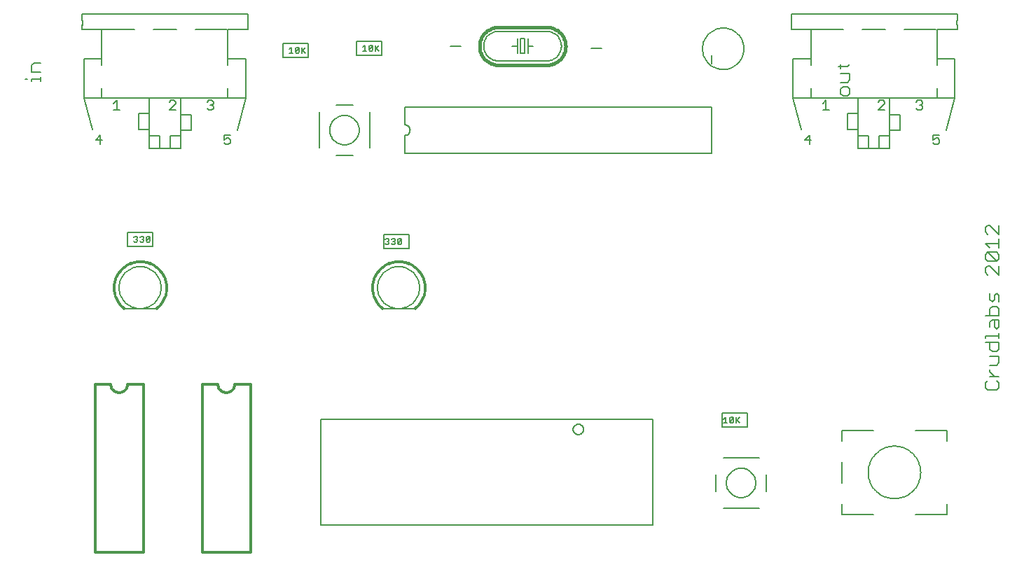
<source format=gto>
G75*
G70*
%OFA0B0*%
%FSLAX24Y24*%
%IPPOS*%
%LPD*%
%AMOC8*
5,1,8,0,0,1.08239X$1,22.5*
%
%ADD10C,0.0060*%
%ADD11C,0.0080*%
%ADD12C,0.0050*%
%ADD13C,0.0160*%
%ADD14C,0.0010*%
%ADD15C,0.0120*%
D10*
X004801Y013906D02*
X004803Y013969D01*
X004809Y014031D01*
X004819Y014093D01*
X004832Y014155D01*
X004850Y014215D01*
X004871Y014274D01*
X004896Y014332D01*
X004925Y014388D01*
X004957Y014442D01*
X004992Y014494D01*
X005030Y014543D01*
X005072Y014591D01*
X005116Y014635D01*
X005164Y014677D01*
X005213Y014715D01*
X005265Y014750D01*
X005319Y014782D01*
X005375Y014811D01*
X005433Y014836D01*
X005492Y014857D01*
X005552Y014875D01*
X005614Y014888D01*
X005676Y014898D01*
X005738Y014904D01*
X005801Y014906D01*
X005864Y014904D01*
X005926Y014898D01*
X005988Y014888D01*
X006050Y014875D01*
X006110Y014857D01*
X006169Y014836D01*
X006227Y014811D01*
X006283Y014782D01*
X006337Y014750D01*
X006389Y014715D01*
X006438Y014677D01*
X006486Y014635D01*
X006530Y014591D01*
X006572Y014543D01*
X006610Y014494D01*
X006645Y014442D01*
X006677Y014388D01*
X006706Y014332D01*
X006731Y014274D01*
X006752Y014215D01*
X006770Y014155D01*
X006783Y014093D01*
X006793Y014031D01*
X006799Y013969D01*
X006801Y013906D01*
X006799Y013843D01*
X006793Y013781D01*
X006783Y013719D01*
X006770Y013657D01*
X006752Y013597D01*
X006731Y013538D01*
X006706Y013480D01*
X006677Y013424D01*
X006645Y013370D01*
X006610Y013318D01*
X006572Y013269D01*
X006530Y013221D01*
X006486Y013177D01*
X006438Y013135D01*
X006389Y013097D01*
X006337Y013062D01*
X006283Y013030D01*
X006227Y013001D01*
X006169Y012976D01*
X006110Y012955D01*
X006050Y012937D01*
X005988Y012924D01*
X005926Y012914D01*
X005864Y012908D01*
X005801Y012906D01*
X005738Y012908D01*
X005676Y012914D01*
X005614Y012924D01*
X005552Y012937D01*
X005492Y012955D01*
X005433Y012976D01*
X005375Y013001D01*
X005319Y013030D01*
X005265Y013062D01*
X005213Y013097D01*
X005164Y013135D01*
X005116Y013177D01*
X005072Y013221D01*
X005030Y013269D01*
X004992Y013318D01*
X004957Y013370D01*
X004925Y013424D01*
X004896Y013480D01*
X004871Y013538D01*
X004850Y013597D01*
X004832Y013657D01*
X004819Y013719D01*
X004809Y013781D01*
X004803Y013843D01*
X004801Y013906D01*
X006226Y020549D02*
X006226Y021149D01*
X006226Y021449D01*
X005726Y021449D01*
X005726Y022199D01*
X006226Y022199D01*
X006226Y022949D01*
X007726Y022949D01*
X007726Y022149D01*
X008226Y022149D01*
X008226Y021399D01*
X007726Y021399D01*
X007726Y021149D01*
X007226Y021149D01*
X007226Y020549D01*
X006726Y020549D01*
X006726Y021149D01*
X006226Y021149D01*
X006226Y021449D02*
X006226Y022199D01*
X006226Y022949D02*
X003976Y022949D01*
X003976Y023399D01*
X003976Y022949D02*
X003126Y022949D01*
X003126Y024799D01*
X003976Y024799D01*
X003976Y024499D01*
X003976Y024799D02*
X003976Y026199D01*
X005526Y026199D01*
X006426Y026199D02*
X007526Y026199D01*
X008426Y026199D02*
X009926Y026199D01*
X009976Y026199D02*
X009976Y024799D01*
X009976Y024499D01*
X009976Y024799D02*
X010826Y024799D01*
X010826Y022949D01*
X009976Y022949D01*
X009976Y023399D01*
X009976Y022949D02*
X007726Y022949D01*
X007726Y022149D02*
X007726Y021399D01*
X007726Y021149D02*
X007726Y020549D01*
X007226Y020549D01*
X006726Y020549D02*
X006226Y020549D01*
X003526Y021449D02*
X003126Y022949D01*
X001071Y023736D02*
X001071Y023949D01*
X001071Y023842D02*
X000644Y023842D01*
X000644Y023736D01*
X000430Y023842D02*
X000324Y023842D01*
X000644Y024165D02*
X000644Y024486D01*
X000751Y024592D01*
X001071Y024592D01*
X001071Y024165D02*
X000644Y024165D01*
X003047Y026199D02*
X003976Y026199D01*
X003047Y026199D02*
X003047Y026449D01*
X003051Y026410D01*
X003051Y026610D01*
X003047Y026649D01*
X003047Y026949D01*
X010940Y026949D01*
X010940Y026649D01*
X010923Y026649D01*
X010923Y026449D01*
X010940Y026449D01*
X010940Y026199D01*
X009976Y026199D01*
X010826Y022949D02*
X010426Y021399D01*
X018401Y021156D02*
X018431Y021158D01*
X018461Y021163D01*
X018490Y021172D01*
X018517Y021185D01*
X018543Y021200D01*
X018567Y021219D01*
X018588Y021240D01*
X018607Y021264D01*
X018622Y021290D01*
X018635Y021317D01*
X018644Y021346D01*
X018649Y021376D01*
X018651Y021406D01*
X018649Y021436D01*
X018644Y021466D01*
X018635Y021495D01*
X018622Y021522D01*
X018607Y021548D01*
X018588Y021572D01*
X018567Y021593D01*
X018543Y021612D01*
X018517Y021627D01*
X018490Y021640D01*
X018461Y021649D01*
X018431Y021654D01*
X018401Y021656D01*
X018401Y022506D01*
X033001Y022506D01*
X033001Y020306D01*
X018401Y020306D01*
X018401Y021156D01*
X022851Y024706D02*
X025151Y024706D01*
X025202Y024708D01*
X025253Y024713D01*
X025303Y024723D01*
X025353Y024736D01*
X025401Y024752D01*
X025448Y024772D01*
X025494Y024796D01*
X025537Y024822D01*
X025579Y024852D01*
X025618Y024885D01*
X025655Y024920D01*
X025689Y024958D01*
X025720Y024999D01*
X025749Y025041D01*
X025774Y025086D01*
X025795Y025132D01*
X025814Y025180D01*
X025828Y025229D01*
X025839Y025279D01*
X025847Y025329D01*
X025851Y025380D01*
X025851Y025432D01*
X025847Y025483D01*
X025839Y025533D01*
X025828Y025583D01*
X025814Y025632D01*
X025795Y025680D01*
X025774Y025726D01*
X025749Y025771D01*
X025720Y025813D01*
X025689Y025854D01*
X025655Y025892D01*
X025618Y025927D01*
X025579Y025960D01*
X025537Y025990D01*
X025494Y026016D01*
X025448Y026040D01*
X025401Y026060D01*
X025353Y026076D01*
X025303Y026089D01*
X025253Y026099D01*
X025202Y026104D01*
X025151Y026106D01*
X022851Y026106D01*
X023751Y025756D02*
X023751Y025406D01*
X023501Y025406D01*
X023751Y025406D02*
X023751Y025056D01*
X023901Y025056D02*
X023901Y025756D01*
X024101Y025756D01*
X024101Y025056D01*
X023901Y025056D01*
X024251Y025056D02*
X024251Y025406D01*
X024501Y025406D01*
X024251Y025406D02*
X024251Y025756D01*
X022851Y026106D02*
X022800Y026104D01*
X022749Y026099D01*
X022699Y026089D01*
X022649Y026076D01*
X022601Y026060D01*
X022554Y026040D01*
X022508Y026016D01*
X022465Y025990D01*
X022423Y025960D01*
X022384Y025927D01*
X022347Y025892D01*
X022313Y025854D01*
X022282Y025813D01*
X022253Y025771D01*
X022228Y025726D01*
X022207Y025680D01*
X022188Y025632D01*
X022174Y025583D01*
X022163Y025533D01*
X022155Y025483D01*
X022151Y025432D01*
X022151Y025380D01*
X022155Y025329D01*
X022163Y025279D01*
X022174Y025229D01*
X022188Y025180D01*
X022207Y025132D01*
X022228Y025086D01*
X022253Y025041D01*
X022282Y024999D01*
X022313Y024958D01*
X022347Y024920D01*
X022384Y024885D01*
X022423Y024852D01*
X022465Y024822D01*
X022508Y024796D01*
X022554Y024772D01*
X022601Y024752D01*
X022649Y024736D01*
X022699Y024723D01*
X022749Y024713D01*
X022800Y024708D01*
X022851Y024706D01*
X036876Y024799D02*
X036876Y022949D01*
X037726Y022949D01*
X037726Y023399D01*
X037726Y022949D02*
X039976Y022949D01*
X039976Y022199D01*
X039476Y022199D01*
X039476Y021449D01*
X039976Y021449D01*
X039976Y021149D01*
X040476Y021149D01*
X040476Y020549D01*
X040976Y020549D01*
X041476Y020549D01*
X041476Y021149D01*
X041476Y021399D01*
X041476Y022149D01*
X041476Y022949D01*
X043726Y022949D01*
X043726Y023399D01*
X043726Y022949D02*
X044576Y022949D01*
X044176Y021399D01*
X044576Y022949D02*
X044576Y024799D01*
X043726Y024799D01*
X043726Y024499D01*
X043726Y024799D02*
X043726Y026199D01*
X044690Y026199D01*
X044690Y026449D01*
X044673Y026449D01*
X044673Y026649D01*
X044690Y026649D01*
X044690Y026949D01*
X036797Y026949D01*
X036797Y026649D01*
X036801Y026610D01*
X036801Y026410D01*
X036797Y026449D01*
X036797Y026199D01*
X037726Y026199D01*
X039276Y026199D01*
X040176Y026199D02*
X041276Y026199D01*
X042176Y026199D02*
X043676Y026199D01*
X039571Y024538D02*
X039464Y024431D01*
X039037Y024431D01*
X039144Y024325D02*
X039144Y024538D01*
X039144Y024107D02*
X039571Y024107D01*
X039571Y023787D01*
X039464Y023680D01*
X039144Y023680D01*
X039251Y023463D02*
X039144Y023356D01*
X039144Y023142D01*
X039251Y023036D01*
X039464Y023036D01*
X039571Y023142D01*
X039571Y023356D01*
X039464Y023463D01*
X039251Y023463D01*
X039976Y022949D02*
X041476Y022949D01*
X041476Y022149D02*
X041976Y022149D01*
X041976Y021399D01*
X041476Y021399D01*
X041476Y021149D02*
X040976Y021149D01*
X040976Y020549D01*
X040476Y020549D02*
X039976Y020549D01*
X039976Y021149D01*
X039976Y021449D02*
X039976Y022199D01*
X037276Y021449D02*
X036876Y022949D01*
X037726Y024499D02*
X037726Y024799D01*
X036876Y024799D01*
X037726Y024799D02*
X037726Y026199D01*
X046137Y016875D02*
X046030Y016768D01*
X046030Y016554D01*
X046137Y016448D01*
X046137Y016875D02*
X046244Y016875D01*
X046671Y016448D01*
X046671Y016875D01*
X046671Y016230D02*
X046671Y015803D01*
X046671Y016017D02*
X046030Y016017D01*
X046244Y015803D01*
X046137Y015586D02*
X046564Y015159D01*
X046671Y015265D01*
X046671Y015479D01*
X046564Y015586D01*
X046137Y015586D01*
X046030Y015479D01*
X046030Y015265D01*
X046137Y015159D01*
X046564Y015159D01*
X046671Y014941D02*
X046671Y014514D01*
X046244Y014941D01*
X046137Y014941D01*
X046030Y014834D01*
X046030Y014621D01*
X046137Y014514D01*
X046244Y013652D02*
X046244Y013332D01*
X046351Y013225D01*
X046457Y013332D01*
X046457Y013545D01*
X046564Y013652D01*
X046671Y013545D01*
X046671Y013225D01*
X046564Y013008D02*
X046351Y013008D01*
X046244Y012901D01*
X046244Y012581D01*
X046030Y012581D02*
X046671Y012581D01*
X046671Y012901D01*
X046564Y013008D01*
X046457Y012363D02*
X046457Y012043D01*
X046564Y011936D01*
X046671Y012043D01*
X046671Y012363D01*
X046351Y012363D01*
X046244Y012256D01*
X046244Y012043D01*
X046671Y011720D02*
X046671Y011506D01*
X046671Y011613D02*
X046030Y011613D01*
X046030Y011506D01*
X046030Y011289D02*
X046671Y011289D01*
X046671Y010969D01*
X046564Y010862D01*
X046351Y010862D01*
X046244Y010969D01*
X046244Y011289D01*
X046244Y010644D02*
X046671Y010644D01*
X046671Y010324D01*
X046564Y010217D01*
X046244Y010217D01*
X046244Y010000D02*
X046244Y009894D01*
X046457Y009680D01*
X046244Y009680D02*
X046671Y009680D01*
X046564Y009463D02*
X046671Y009356D01*
X046671Y009142D01*
X046564Y009036D01*
X046137Y009036D01*
X046030Y009142D01*
X046030Y009356D01*
X046137Y009463D01*
X017101Y013906D02*
X017103Y013969D01*
X017109Y014031D01*
X017119Y014093D01*
X017132Y014155D01*
X017150Y014215D01*
X017171Y014274D01*
X017196Y014332D01*
X017225Y014388D01*
X017257Y014442D01*
X017292Y014494D01*
X017330Y014543D01*
X017372Y014591D01*
X017416Y014635D01*
X017464Y014677D01*
X017513Y014715D01*
X017565Y014750D01*
X017619Y014782D01*
X017675Y014811D01*
X017733Y014836D01*
X017792Y014857D01*
X017852Y014875D01*
X017914Y014888D01*
X017976Y014898D01*
X018038Y014904D01*
X018101Y014906D01*
X018164Y014904D01*
X018226Y014898D01*
X018288Y014888D01*
X018350Y014875D01*
X018410Y014857D01*
X018469Y014836D01*
X018527Y014811D01*
X018583Y014782D01*
X018637Y014750D01*
X018689Y014715D01*
X018738Y014677D01*
X018786Y014635D01*
X018830Y014591D01*
X018872Y014543D01*
X018910Y014494D01*
X018945Y014442D01*
X018977Y014388D01*
X019006Y014332D01*
X019031Y014274D01*
X019052Y014215D01*
X019070Y014155D01*
X019083Y014093D01*
X019093Y014031D01*
X019099Y013969D01*
X019101Y013906D01*
X019099Y013843D01*
X019093Y013781D01*
X019083Y013719D01*
X019070Y013657D01*
X019052Y013597D01*
X019031Y013538D01*
X019006Y013480D01*
X018977Y013424D01*
X018945Y013370D01*
X018910Y013318D01*
X018872Y013269D01*
X018830Y013221D01*
X018786Y013177D01*
X018738Y013135D01*
X018689Y013097D01*
X018637Y013062D01*
X018583Y013030D01*
X018527Y013001D01*
X018469Y012976D01*
X018410Y012955D01*
X018350Y012937D01*
X018288Y012924D01*
X018226Y012914D01*
X018164Y012908D01*
X018101Y012906D01*
X018038Y012908D01*
X017976Y012914D01*
X017914Y012924D01*
X017852Y012937D01*
X017792Y012955D01*
X017733Y012976D01*
X017675Y013001D01*
X017619Y013030D01*
X017565Y013062D01*
X017513Y013097D01*
X017464Y013135D01*
X017416Y013177D01*
X017372Y013221D01*
X017330Y013269D01*
X017292Y013318D01*
X017257Y013370D01*
X017225Y013424D01*
X017196Y013480D01*
X017171Y013538D01*
X017150Y013597D01*
X017132Y013657D01*
X017119Y013719D01*
X017109Y013781D01*
X017103Y013843D01*
X017101Y013906D01*
D11*
X017351Y012906D02*
X018851Y012906D01*
X018611Y015771D02*
X017391Y015771D01*
X017391Y016440D01*
X018611Y016440D01*
X018611Y015771D01*
X015926Y020206D02*
X015121Y020206D01*
X014326Y020556D02*
X014326Y022256D01*
X015133Y022606D02*
X015926Y022606D01*
X016726Y022256D02*
X016726Y020556D01*
X014826Y021406D02*
X014828Y021458D01*
X014834Y021510D01*
X014844Y021562D01*
X014857Y021612D01*
X014874Y021662D01*
X014895Y021710D01*
X014920Y021756D01*
X014948Y021800D01*
X014979Y021842D01*
X015013Y021882D01*
X015050Y021919D01*
X015090Y021953D01*
X015132Y021984D01*
X015176Y022012D01*
X015222Y022037D01*
X015270Y022058D01*
X015320Y022075D01*
X015370Y022088D01*
X015422Y022098D01*
X015474Y022104D01*
X015526Y022106D01*
X015578Y022104D01*
X015630Y022098D01*
X015682Y022088D01*
X015732Y022075D01*
X015782Y022058D01*
X015830Y022037D01*
X015876Y022012D01*
X015920Y021984D01*
X015962Y021953D01*
X016002Y021919D01*
X016039Y021882D01*
X016073Y021842D01*
X016104Y021800D01*
X016132Y021756D01*
X016157Y021710D01*
X016178Y021662D01*
X016195Y021612D01*
X016208Y021562D01*
X016218Y021510D01*
X016224Y021458D01*
X016226Y021406D01*
X016224Y021354D01*
X016218Y021302D01*
X016208Y021250D01*
X016195Y021200D01*
X016178Y021150D01*
X016157Y021102D01*
X016132Y021056D01*
X016104Y021012D01*
X016073Y020970D01*
X016039Y020930D01*
X016002Y020893D01*
X015962Y020859D01*
X015920Y020828D01*
X015876Y020800D01*
X015830Y020775D01*
X015782Y020754D01*
X015732Y020737D01*
X015682Y020724D01*
X015630Y020714D01*
X015578Y020708D01*
X015526Y020706D01*
X015474Y020708D01*
X015422Y020714D01*
X015370Y020724D01*
X015320Y020737D01*
X015270Y020754D01*
X015222Y020775D01*
X015176Y020800D01*
X015132Y020828D01*
X015090Y020859D01*
X015050Y020893D01*
X015013Y020930D01*
X014979Y020970D01*
X014948Y021012D01*
X014920Y021056D01*
X014895Y021102D01*
X014874Y021150D01*
X014857Y021200D01*
X014844Y021250D01*
X014834Y021302D01*
X014828Y021354D01*
X014826Y021406D01*
X013811Y024871D02*
X012591Y024871D01*
X012591Y025540D01*
X013811Y025540D01*
X013811Y024871D01*
X016091Y024971D02*
X017311Y024971D01*
X017311Y025640D01*
X016091Y025640D01*
X016091Y024971D01*
X020551Y025406D02*
X021051Y025406D01*
X027251Y025306D02*
X027751Y025306D01*
X033001Y024981D02*
X033001Y024581D01*
X032567Y025281D02*
X032569Y025343D01*
X032575Y025406D01*
X032585Y025467D01*
X032599Y025528D01*
X032616Y025588D01*
X032637Y025647D01*
X032663Y025704D01*
X032691Y025759D01*
X032723Y025813D01*
X032759Y025864D01*
X032797Y025914D01*
X032839Y025960D01*
X032883Y026004D01*
X032931Y026045D01*
X032980Y026083D01*
X033032Y026117D01*
X033086Y026148D01*
X033142Y026176D01*
X033200Y026200D01*
X033259Y026221D01*
X033319Y026237D01*
X033380Y026250D01*
X033442Y026259D01*
X033504Y026264D01*
X033567Y026265D01*
X033629Y026262D01*
X033691Y026255D01*
X033753Y026244D01*
X033813Y026229D01*
X033873Y026211D01*
X033931Y026189D01*
X033988Y026163D01*
X034043Y026133D01*
X034096Y026100D01*
X034147Y026064D01*
X034195Y026025D01*
X034241Y025982D01*
X034284Y025937D01*
X034324Y025889D01*
X034361Y025839D01*
X034395Y025786D01*
X034426Y025732D01*
X034452Y025676D01*
X034476Y025618D01*
X034495Y025558D01*
X034511Y025498D01*
X034523Y025436D01*
X034531Y025375D01*
X034535Y025312D01*
X034535Y025250D01*
X034531Y025187D01*
X034523Y025126D01*
X034511Y025064D01*
X034495Y025004D01*
X034476Y024944D01*
X034452Y024886D01*
X034426Y024830D01*
X034395Y024776D01*
X034361Y024723D01*
X034324Y024673D01*
X034284Y024625D01*
X034241Y024580D01*
X034195Y024537D01*
X034147Y024498D01*
X034096Y024462D01*
X034043Y024429D01*
X033988Y024399D01*
X033931Y024373D01*
X033873Y024351D01*
X033813Y024333D01*
X033753Y024318D01*
X033691Y024307D01*
X033629Y024300D01*
X033567Y024297D01*
X033504Y024298D01*
X033442Y024303D01*
X033380Y024312D01*
X033319Y024325D01*
X033259Y024341D01*
X033200Y024362D01*
X033142Y024386D01*
X033086Y024414D01*
X033032Y024445D01*
X032980Y024479D01*
X032931Y024517D01*
X032883Y024558D01*
X032839Y024602D01*
X032797Y024648D01*
X032759Y024698D01*
X032723Y024749D01*
X032691Y024803D01*
X032663Y024858D01*
X032637Y024915D01*
X032616Y024974D01*
X032599Y025034D01*
X032585Y025095D01*
X032575Y025156D01*
X032569Y025219D01*
X032567Y025281D01*
X006411Y016540D02*
X006411Y015871D01*
X005191Y015871D01*
X005191Y016540D01*
X006411Y016540D01*
X006551Y012906D02*
X005051Y012906D01*
X033201Y005010D02*
X033201Y004206D01*
X033551Y003406D02*
X035251Y003406D01*
X035601Y004206D02*
X035601Y004999D01*
X035251Y005806D02*
X033551Y005806D01*
X033701Y004606D02*
X033703Y004658D01*
X033709Y004710D01*
X033719Y004762D01*
X033732Y004812D01*
X033749Y004862D01*
X033770Y004910D01*
X033795Y004956D01*
X033823Y005000D01*
X033854Y005042D01*
X033888Y005082D01*
X033925Y005119D01*
X033965Y005153D01*
X034007Y005184D01*
X034051Y005212D01*
X034097Y005237D01*
X034145Y005258D01*
X034195Y005275D01*
X034245Y005288D01*
X034297Y005298D01*
X034349Y005304D01*
X034401Y005306D01*
X034453Y005304D01*
X034505Y005298D01*
X034557Y005288D01*
X034607Y005275D01*
X034657Y005258D01*
X034705Y005237D01*
X034751Y005212D01*
X034795Y005184D01*
X034837Y005153D01*
X034877Y005119D01*
X034914Y005082D01*
X034948Y005042D01*
X034979Y005000D01*
X035007Y004956D01*
X035032Y004910D01*
X035053Y004862D01*
X035070Y004812D01*
X035083Y004762D01*
X035093Y004710D01*
X035099Y004658D01*
X035101Y004606D01*
X035099Y004554D01*
X035093Y004502D01*
X035083Y004450D01*
X035070Y004400D01*
X035053Y004350D01*
X035032Y004302D01*
X035007Y004256D01*
X034979Y004212D01*
X034948Y004170D01*
X034914Y004130D01*
X034877Y004093D01*
X034837Y004059D01*
X034795Y004028D01*
X034751Y004000D01*
X034705Y003975D01*
X034657Y003954D01*
X034607Y003937D01*
X034557Y003924D01*
X034505Y003914D01*
X034453Y003908D01*
X034401Y003906D01*
X034349Y003908D01*
X034297Y003914D01*
X034245Y003924D01*
X034195Y003937D01*
X034145Y003954D01*
X034097Y003975D01*
X034051Y004000D01*
X034007Y004028D01*
X033965Y004059D01*
X033925Y004093D01*
X033888Y004130D01*
X033854Y004170D01*
X033823Y004212D01*
X033795Y004256D01*
X033770Y004302D01*
X033749Y004350D01*
X033732Y004400D01*
X033719Y004450D01*
X033709Y004502D01*
X033703Y004554D01*
X033701Y004606D01*
X033491Y007271D02*
X034711Y007271D01*
X034711Y007940D01*
X033491Y007940D01*
X033491Y007271D01*
D12*
X033566Y007462D02*
X033746Y007462D01*
X033656Y007462D02*
X033656Y007732D01*
X033566Y007642D01*
X033860Y007687D02*
X033905Y007732D01*
X033995Y007732D01*
X034040Y007687D01*
X033860Y007507D01*
X033905Y007462D01*
X033995Y007462D01*
X034040Y007507D01*
X034040Y007687D01*
X034155Y007732D02*
X034155Y007462D01*
X034155Y007552D02*
X034335Y007732D01*
X034200Y007597D02*
X034335Y007462D01*
X033860Y007507D02*
X033860Y007687D01*
X030210Y007625D02*
X030210Y002586D01*
X014391Y002586D01*
X014391Y007625D01*
X030210Y007625D01*
X026407Y007159D02*
X026409Y007190D01*
X026415Y007221D01*
X026425Y007251D01*
X026438Y007279D01*
X026455Y007306D01*
X026475Y007330D01*
X026498Y007352D01*
X026523Y007370D01*
X026551Y007385D01*
X026580Y007397D01*
X026610Y007405D01*
X026641Y007409D01*
X026673Y007409D01*
X026704Y007405D01*
X026734Y007397D01*
X026763Y007385D01*
X026791Y007370D01*
X026816Y007352D01*
X026839Y007330D01*
X026859Y007306D01*
X026876Y007279D01*
X026889Y007251D01*
X026899Y007221D01*
X026905Y007190D01*
X026907Y007159D01*
X026905Y007128D01*
X026899Y007097D01*
X026889Y007067D01*
X026876Y007039D01*
X026859Y007012D01*
X026839Y006988D01*
X026816Y006966D01*
X026791Y006948D01*
X026763Y006933D01*
X026734Y006921D01*
X026704Y006913D01*
X026673Y006909D01*
X026641Y006909D01*
X026610Y006913D01*
X026580Y006921D01*
X026551Y006933D01*
X026523Y006948D01*
X026498Y006966D01*
X026475Y006988D01*
X026455Y007012D01*
X026438Y007039D01*
X026425Y007067D01*
X026415Y007097D01*
X026409Y007128D01*
X026407Y007159D01*
X039201Y007106D02*
X039201Y006606D01*
X039201Y007106D02*
X040701Y007106D01*
X042701Y007106D02*
X044201Y007106D01*
X044201Y006606D01*
X040451Y005106D02*
X040453Y005176D01*
X040459Y005246D01*
X040469Y005315D01*
X040482Y005384D01*
X040500Y005452D01*
X040521Y005519D01*
X040546Y005584D01*
X040575Y005648D01*
X040607Y005711D01*
X040643Y005771D01*
X040682Y005829D01*
X040724Y005885D01*
X040769Y005939D01*
X040817Y005990D01*
X040868Y006038D01*
X040922Y006083D01*
X040978Y006125D01*
X041036Y006164D01*
X041096Y006200D01*
X041159Y006232D01*
X041223Y006261D01*
X041288Y006286D01*
X041355Y006307D01*
X041423Y006325D01*
X041492Y006338D01*
X041561Y006348D01*
X041631Y006354D01*
X041701Y006356D01*
X041771Y006354D01*
X041841Y006348D01*
X041910Y006338D01*
X041979Y006325D01*
X042047Y006307D01*
X042114Y006286D01*
X042179Y006261D01*
X042243Y006232D01*
X042306Y006200D01*
X042366Y006164D01*
X042424Y006125D01*
X042480Y006083D01*
X042534Y006038D01*
X042585Y005990D01*
X042633Y005939D01*
X042678Y005885D01*
X042720Y005829D01*
X042759Y005771D01*
X042795Y005711D01*
X042827Y005648D01*
X042856Y005584D01*
X042881Y005519D01*
X042902Y005452D01*
X042920Y005384D01*
X042933Y005315D01*
X042943Y005246D01*
X042949Y005176D01*
X042951Y005106D01*
X042949Y005036D01*
X042943Y004966D01*
X042933Y004897D01*
X042920Y004828D01*
X042902Y004760D01*
X042881Y004693D01*
X042856Y004628D01*
X042827Y004564D01*
X042795Y004501D01*
X042759Y004441D01*
X042720Y004383D01*
X042678Y004327D01*
X042633Y004273D01*
X042585Y004222D01*
X042534Y004174D01*
X042480Y004129D01*
X042424Y004087D01*
X042366Y004048D01*
X042306Y004012D01*
X042243Y003980D01*
X042179Y003951D01*
X042114Y003926D01*
X042047Y003905D01*
X041979Y003887D01*
X041910Y003874D01*
X041841Y003864D01*
X041771Y003858D01*
X041701Y003856D01*
X041631Y003858D01*
X041561Y003864D01*
X041492Y003874D01*
X041423Y003887D01*
X041355Y003905D01*
X041288Y003926D01*
X041223Y003951D01*
X041159Y003980D01*
X041096Y004012D01*
X041036Y004048D01*
X040978Y004087D01*
X040922Y004129D01*
X040868Y004174D01*
X040817Y004222D01*
X040769Y004273D01*
X040724Y004327D01*
X040682Y004383D01*
X040643Y004441D01*
X040607Y004501D01*
X040575Y004564D01*
X040546Y004628D01*
X040521Y004693D01*
X040500Y004760D01*
X040482Y004828D01*
X040469Y004897D01*
X040459Y004966D01*
X040453Y005036D01*
X040451Y005106D01*
X039201Y005606D02*
X039201Y004606D01*
X039201Y003606D02*
X039201Y003106D01*
X040701Y003106D01*
X042701Y003106D02*
X044201Y003106D01*
X044201Y003606D01*
X018235Y016007D02*
X018190Y015962D01*
X018100Y015962D01*
X018055Y016007D01*
X018235Y016187D01*
X018235Y016007D01*
X018235Y016187D02*
X018190Y016232D01*
X018100Y016232D01*
X018055Y016187D01*
X018055Y016007D01*
X017940Y016007D02*
X017895Y015962D01*
X017805Y015962D01*
X017760Y016007D01*
X017646Y016007D02*
X017601Y015962D01*
X017511Y015962D01*
X017466Y016007D01*
X017556Y016097D02*
X017601Y016097D01*
X017646Y016052D01*
X017646Y016007D01*
X017601Y016097D02*
X017646Y016142D01*
X017646Y016187D01*
X017601Y016232D01*
X017511Y016232D01*
X017466Y016187D01*
X017760Y016187D02*
X017805Y016232D01*
X017895Y016232D01*
X017940Y016187D01*
X017940Y016142D01*
X017895Y016097D01*
X017940Y016052D01*
X017940Y016007D01*
X017895Y016097D02*
X017850Y016097D01*
X010091Y020799D02*
X010016Y020724D01*
X009865Y020724D01*
X009790Y020799D01*
X009790Y020949D02*
X009941Y021024D01*
X010016Y021024D01*
X010091Y020949D01*
X010091Y020799D01*
X009790Y020949D02*
X009790Y021175D01*
X010091Y021175D01*
X009216Y022374D02*
X009065Y022374D01*
X008990Y022449D01*
X009141Y022599D02*
X009216Y022599D01*
X009291Y022524D01*
X009291Y022449D01*
X009216Y022374D01*
X009216Y022599D02*
X009291Y022674D01*
X009291Y022749D01*
X009216Y022825D01*
X009065Y022825D01*
X008990Y022749D01*
X007491Y022749D02*
X007491Y022674D01*
X007190Y022374D01*
X007491Y022374D01*
X007491Y022749D02*
X007416Y022825D01*
X007265Y022825D01*
X007190Y022749D01*
X004841Y022374D02*
X004540Y022374D01*
X004691Y022374D02*
X004691Y022825D01*
X004540Y022674D01*
X003916Y021175D02*
X003690Y020949D01*
X003991Y020949D01*
X003916Y020724D02*
X003916Y021175D01*
X005547Y016350D02*
X005637Y016350D01*
X005682Y016305D01*
X005682Y016260D01*
X005637Y016214D01*
X005682Y016169D01*
X005682Y016124D01*
X005637Y016079D01*
X005547Y016079D01*
X005502Y016124D01*
X005592Y016214D02*
X005637Y016214D01*
X005502Y016305D02*
X005547Y016350D01*
X005797Y016305D02*
X005842Y016350D01*
X005932Y016350D01*
X005977Y016305D01*
X005977Y016260D01*
X005932Y016214D01*
X005977Y016169D01*
X005977Y016124D01*
X005932Y016079D01*
X005842Y016079D01*
X005797Y016124D01*
X005887Y016214D02*
X005932Y016214D01*
X006091Y016124D02*
X006271Y016305D01*
X006271Y016124D01*
X006226Y016079D01*
X006136Y016079D01*
X006091Y016124D01*
X006091Y016305D01*
X006136Y016350D01*
X006226Y016350D01*
X006271Y016305D01*
X012902Y025079D02*
X013082Y025079D01*
X012992Y025079D02*
X012992Y025350D01*
X012902Y025260D01*
X013197Y025305D02*
X013242Y025350D01*
X013332Y025350D01*
X013377Y025305D01*
X013197Y025124D01*
X013242Y025079D01*
X013332Y025079D01*
X013377Y025124D01*
X013377Y025305D01*
X013491Y025350D02*
X013491Y025079D01*
X013491Y025169D02*
X013671Y025350D01*
X013536Y025214D02*
X013671Y025079D01*
X013197Y025124D02*
X013197Y025305D01*
X016402Y025360D02*
X016492Y025450D01*
X016492Y025179D01*
X016402Y025179D02*
X016582Y025179D01*
X016697Y025224D02*
X016742Y025179D01*
X016832Y025179D01*
X016877Y025224D01*
X016877Y025405D01*
X016697Y025224D01*
X016697Y025405D01*
X016742Y025450D01*
X016832Y025450D01*
X016877Y025405D01*
X016991Y025450D02*
X016991Y025179D01*
X016991Y025269D02*
X017171Y025450D01*
X017036Y025314D02*
X017171Y025179D01*
X037440Y020949D02*
X037741Y020949D01*
X037666Y020724D02*
X037666Y021175D01*
X037440Y020949D01*
X038290Y022374D02*
X038591Y022374D01*
X038441Y022374D02*
X038441Y022825D01*
X038290Y022674D01*
X040940Y022749D02*
X041015Y022825D01*
X041166Y022825D01*
X041241Y022749D01*
X041241Y022674D01*
X040940Y022374D01*
X041241Y022374D01*
X042740Y022449D02*
X042815Y022374D01*
X042966Y022374D01*
X043041Y022449D01*
X043041Y022524D01*
X042966Y022599D01*
X042891Y022599D01*
X042966Y022599D02*
X043041Y022674D01*
X043041Y022749D01*
X042966Y022825D01*
X042815Y022825D01*
X042740Y022749D01*
X043540Y021175D02*
X043540Y020949D01*
X043691Y021024D01*
X043766Y021024D01*
X043841Y020949D01*
X043841Y020799D01*
X043766Y020724D01*
X043615Y020724D01*
X043540Y020799D01*
X043540Y021175D02*
X043841Y021175D01*
D13*
X025151Y024506D02*
X022851Y024506D01*
X022792Y024508D01*
X022734Y024514D01*
X022675Y024523D01*
X022618Y024537D01*
X022562Y024554D01*
X022507Y024575D01*
X022453Y024599D01*
X022401Y024627D01*
X022351Y024658D01*
X022303Y024692D01*
X022258Y024729D01*
X022215Y024770D01*
X022174Y024813D01*
X022137Y024858D01*
X022103Y024906D01*
X022072Y024956D01*
X022044Y025008D01*
X022020Y025062D01*
X021999Y025117D01*
X021982Y025173D01*
X021968Y025230D01*
X021959Y025289D01*
X021953Y025347D01*
X021951Y025406D01*
X021953Y025465D01*
X021959Y025523D01*
X021968Y025582D01*
X021982Y025639D01*
X021999Y025695D01*
X022020Y025750D01*
X022044Y025804D01*
X022072Y025856D01*
X022103Y025906D01*
X022137Y025954D01*
X022174Y025999D01*
X022215Y026042D01*
X022258Y026083D01*
X022303Y026120D01*
X022351Y026154D01*
X022401Y026185D01*
X022453Y026213D01*
X022507Y026237D01*
X022562Y026258D01*
X022618Y026275D01*
X022675Y026289D01*
X022734Y026298D01*
X022792Y026304D01*
X022851Y026306D01*
X025151Y026306D01*
X025210Y026304D01*
X025268Y026298D01*
X025327Y026289D01*
X025384Y026275D01*
X025440Y026258D01*
X025495Y026237D01*
X025549Y026213D01*
X025601Y026185D01*
X025651Y026154D01*
X025699Y026120D01*
X025744Y026083D01*
X025787Y026042D01*
X025828Y025999D01*
X025865Y025954D01*
X025899Y025906D01*
X025930Y025856D01*
X025958Y025804D01*
X025982Y025750D01*
X026003Y025695D01*
X026020Y025639D01*
X026034Y025582D01*
X026043Y025523D01*
X026049Y025465D01*
X026051Y025406D01*
X026049Y025347D01*
X026043Y025289D01*
X026034Y025230D01*
X026020Y025173D01*
X026003Y025117D01*
X025982Y025062D01*
X025958Y025008D01*
X025930Y024956D01*
X025899Y024906D01*
X025865Y024858D01*
X025828Y024813D01*
X025787Y024770D01*
X025744Y024729D01*
X025699Y024692D01*
X025651Y024658D01*
X025601Y024627D01*
X025549Y024599D01*
X025495Y024575D01*
X025440Y024554D01*
X025384Y024537D01*
X025327Y024523D01*
X025268Y024514D01*
X025210Y024508D01*
X025151Y024506D01*
D14*
X018881Y012874D02*
X018827Y012946D01*
X018828Y012945D02*
X018881Y012988D01*
X018932Y013033D01*
X018980Y013082D01*
X019025Y013133D01*
X019068Y013187D01*
X019107Y013243D01*
X019143Y013301D01*
X019176Y013361D01*
X019205Y013422D01*
X019230Y013486D01*
X019252Y013550D01*
X019271Y013616D01*
X019285Y013683D01*
X019296Y013750D01*
X019303Y013818D01*
X019306Y013886D01*
X019305Y013955D01*
X019300Y014023D01*
X019292Y014091D01*
X019279Y014158D01*
X019263Y014224D01*
X019243Y014289D01*
X019220Y014354D01*
X019193Y014416D01*
X019162Y014477D01*
X019128Y014536D01*
X019091Y014594D01*
X019050Y014649D01*
X019006Y014701D01*
X018960Y014751D01*
X018911Y014798D01*
X018859Y014843D01*
X018805Y014884D01*
X018748Y014923D01*
X018689Y014958D01*
X018629Y014989D01*
X018567Y015017D01*
X018503Y015042D01*
X018438Y015063D01*
X018372Y015080D01*
X018305Y015094D01*
X018237Y015103D01*
X018169Y015109D01*
X018101Y015111D01*
X018033Y015109D01*
X017965Y015103D01*
X017897Y015094D01*
X017830Y015080D01*
X017764Y015063D01*
X017699Y015042D01*
X017635Y015017D01*
X017573Y014989D01*
X017513Y014958D01*
X017454Y014923D01*
X017397Y014884D01*
X017343Y014843D01*
X017291Y014798D01*
X017242Y014751D01*
X017196Y014701D01*
X017152Y014649D01*
X017111Y014594D01*
X017074Y014536D01*
X017040Y014477D01*
X017009Y014416D01*
X016982Y014354D01*
X016959Y014289D01*
X016939Y014224D01*
X016923Y014158D01*
X016910Y014091D01*
X016902Y014023D01*
X016897Y013955D01*
X016896Y013886D01*
X016899Y013818D01*
X016906Y013750D01*
X016917Y013683D01*
X016931Y013616D01*
X016950Y013550D01*
X016972Y013486D01*
X016997Y013422D01*
X017026Y013361D01*
X017059Y013301D01*
X017095Y013243D01*
X017134Y013187D01*
X017177Y013133D01*
X017222Y013082D01*
X017270Y013033D01*
X017321Y012988D01*
X017374Y012945D01*
X017321Y012874D01*
X017320Y012873D01*
X017265Y012917D01*
X017212Y012965D01*
X017161Y013015D01*
X017114Y013068D01*
X017070Y013123D01*
X017028Y013181D01*
X016990Y013241D01*
X016955Y013302D01*
X016924Y013366D01*
X016896Y013431D01*
X016872Y013498D01*
X016851Y013566D01*
X016835Y013635D01*
X016822Y013705D01*
X016813Y013775D01*
X016807Y013846D01*
X016806Y013917D01*
X016809Y013988D01*
X016815Y014059D01*
X016825Y014129D01*
X016839Y014198D01*
X016857Y014267D01*
X016879Y014335D01*
X016904Y014401D01*
X016933Y014466D01*
X016966Y014529D01*
X017002Y014590D01*
X017041Y014649D01*
X017083Y014706D01*
X017128Y014761D01*
X017177Y014813D01*
X017228Y014862D01*
X017281Y014909D01*
X017338Y014952D01*
X017396Y014992D01*
X017457Y015029D01*
X017519Y015063D01*
X017583Y015093D01*
X017649Y015120D01*
X017716Y015143D01*
X017785Y015162D01*
X017854Y015177D01*
X017924Y015189D01*
X017995Y015197D01*
X018066Y015201D01*
X018136Y015201D01*
X018207Y015197D01*
X018278Y015189D01*
X018348Y015177D01*
X018417Y015162D01*
X018486Y015143D01*
X018553Y015120D01*
X018619Y015093D01*
X018683Y015063D01*
X018745Y015029D01*
X018806Y014992D01*
X018864Y014952D01*
X018921Y014909D01*
X018974Y014862D01*
X019025Y014813D01*
X019074Y014761D01*
X019119Y014706D01*
X019161Y014649D01*
X019200Y014590D01*
X019236Y014529D01*
X019269Y014466D01*
X019298Y014401D01*
X019323Y014335D01*
X019345Y014267D01*
X019363Y014198D01*
X019377Y014129D01*
X019387Y014059D01*
X019393Y013988D01*
X019396Y013917D01*
X019395Y013846D01*
X019389Y013775D01*
X019380Y013705D01*
X019367Y013635D01*
X019351Y013566D01*
X019330Y013498D01*
X019306Y013431D01*
X019278Y013366D01*
X019247Y013302D01*
X019212Y013241D01*
X019174Y013181D01*
X019132Y013123D01*
X019088Y013068D01*
X019041Y013015D01*
X018990Y012965D01*
X018937Y012917D01*
X018882Y012873D01*
X018877Y012880D01*
X018932Y012925D01*
X018985Y012972D01*
X019036Y013023D01*
X019083Y013076D01*
X019128Y013132D01*
X019169Y013190D01*
X019207Y013250D01*
X019242Y013312D01*
X019273Y013376D01*
X019300Y013442D01*
X019324Y013509D01*
X019344Y013578D01*
X019361Y013647D01*
X019373Y013717D01*
X019382Y013788D01*
X019386Y013859D01*
X019387Y013930D01*
X019383Y014001D01*
X019376Y014072D01*
X019365Y014143D01*
X019350Y014212D01*
X019331Y014281D01*
X019308Y014349D01*
X019282Y014415D01*
X019252Y014480D01*
X019218Y014542D01*
X019182Y014603D01*
X019141Y014662D01*
X019098Y014719D01*
X019051Y014773D01*
X019002Y014824D01*
X018949Y014872D01*
X018895Y014918D01*
X018837Y014960D01*
X018778Y014999D01*
X018716Y015035D01*
X018653Y015068D01*
X018588Y015096D01*
X018521Y015122D01*
X018453Y015143D01*
X018384Y015161D01*
X018314Y015174D01*
X018243Y015184D01*
X018172Y015190D01*
X018101Y015192D01*
X018030Y015190D01*
X017959Y015184D01*
X017888Y015174D01*
X017818Y015161D01*
X017749Y015143D01*
X017681Y015122D01*
X017614Y015096D01*
X017549Y015068D01*
X017486Y015035D01*
X017424Y014999D01*
X017365Y014960D01*
X017307Y014918D01*
X017253Y014872D01*
X017200Y014824D01*
X017151Y014773D01*
X017104Y014719D01*
X017061Y014662D01*
X017020Y014603D01*
X016984Y014542D01*
X016950Y014480D01*
X016920Y014415D01*
X016894Y014349D01*
X016871Y014281D01*
X016852Y014212D01*
X016837Y014143D01*
X016826Y014072D01*
X016819Y014001D01*
X016815Y013930D01*
X016816Y013859D01*
X016820Y013788D01*
X016829Y013717D01*
X016841Y013647D01*
X016858Y013578D01*
X016878Y013509D01*
X016902Y013442D01*
X016929Y013376D01*
X016960Y013312D01*
X016995Y013250D01*
X017033Y013190D01*
X017074Y013132D01*
X017119Y013076D01*
X017166Y013023D01*
X017217Y012972D01*
X017270Y012925D01*
X017325Y012880D01*
X017331Y012887D01*
X017276Y012932D01*
X017223Y012979D01*
X017173Y013029D01*
X017126Y013082D01*
X017082Y013137D01*
X017040Y013195D01*
X017003Y013254D01*
X016968Y013316D01*
X016937Y013380D01*
X016910Y013445D01*
X016886Y013512D01*
X016866Y013580D01*
X016850Y013649D01*
X016838Y013718D01*
X016829Y013789D01*
X016825Y013859D01*
X016824Y013930D01*
X016828Y014001D01*
X016835Y014071D01*
X016846Y014141D01*
X016861Y014210D01*
X016880Y014278D01*
X016902Y014346D01*
X016928Y014411D01*
X016958Y014476D01*
X016991Y014538D01*
X017028Y014598D01*
X017068Y014657D01*
X017111Y014713D01*
X017157Y014767D01*
X017207Y014817D01*
X017258Y014866D01*
X017313Y014911D01*
X017370Y014953D01*
X017429Y014992D01*
X017490Y015027D01*
X017553Y015060D01*
X017618Y015088D01*
X017684Y015113D01*
X017752Y015134D01*
X017820Y015152D01*
X017890Y015165D01*
X017960Y015175D01*
X018030Y015181D01*
X018101Y015183D01*
X018172Y015181D01*
X018242Y015175D01*
X018312Y015165D01*
X018382Y015152D01*
X018450Y015134D01*
X018518Y015113D01*
X018584Y015088D01*
X018649Y015060D01*
X018712Y015027D01*
X018773Y014992D01*
X018832Y014953D01*
X018889Y014911D01*
X018944Y014866D01*
X018995Y014817D01*
X019045Y014767D01*
X019091Y014713D01*
X019134Y014657D01*
X019174Y014598D01*
X019211Y014538D01*
X019244Y014476D01*
X019274Y014411D01*
X019300Y014346D01*
X019322Y014278D01*
X019341Y014210D01*
X019356Y014141D01*
X019367Y014071D01*
X019374Y014001D01*
X019378Y013930D01*
X019377Y013859D01*
X019373Y013789D01*
X019364Y013718D01*
X019352Y013649D01*
X019336Y013580D01*
X019316Y013512D01*
X019292Y013445D01*
X019265Y013380D01*
X019234Y013316D01*
X019199Y013254D01*
X019162Y013195D01*
X019120Y013137D01*
X019076Y013082D01*
X019029Y013029D01*
X018979Y012979D01*
X018926Y012932D01*
X018871Y012887D01*
X018866Y012895D01*
X018921Y012939D01*
X018974Y012987D01*
X019024Y013037D01*
X019072Y013090D01*
X019116Y013146D01*
X019157Y013204D01*
X019194Y013264D01*
X019229Y013326D01*
X019259Y013390D01*
X019286Y013456D01*
X019310Y013523D01*
X019329Y013591D01*
X019345Y013661D01*
X019357Y013731D01*
X019365Y013801D01*
X019369Y013872D01*
X019368Y013943D01*
X019364Y014014D01*
X019356Y014085D01*
X019344Y014155D01*
X019328Y014224D01*
X019309Y014292D01*
X019285Y014360D01*
X019258Y014425D01*
X019227Y014489D01*
X019193Y014551D01*
X019155Y014611D01*
X019113Y014669D01*
X019069Y014725D01*
X019022Y014778D01*
X018971Y014828D01*
X018918Y014875D01*
X018863Y014920D01*
X018805Y014961D01*
X018745Y014998D01*
X018682Y015033D01*
X018618Y015064D01*
X018553Y015091D01*
X018486Y015114D01*
X018417Y015134D01*
X018348Y015150D01*
X018278Y015162D01*
X018207Y015170D01*
X018137Y015174D01*
X018065Y015174D01*
X017995Y015170D01*
X017924Y015162D01*
X017854Y015150D01*
X017785Y015134D01*
X017716Y015114D01*
X017649Y015091D01*
X017584Y015064D01*
X017520Y015033D01*
X017457Y014998D01*
X017397Y014961D01*
X017339Y014920D01*
X017284Y014875D01*
X017231Y014828D01*
X017180Y014778D01*
X017133Y014725D01*
X017089Y014669D01*
X017047Y014611D01*
X017009Y014551D01*
X016975Y014489D01*
X016944Y014425D01*
X016917Y014360D01*
X016893Y014292D01*
X016874Y014224D01*
X016858Y014155D01*
X016846Y014085D01*
X016838Y014014D01*
X016834Y013943D01*
X016833Y013872D01*
X016837Y013801D01*
X016845Y013731D01*
X016857Y013661D01*
X016873Y013591D01*
X016892Y013523D01*
X016916Y013456D01*
X016943Y013390D01*
X016973Y013326D01*
X017008Y013264D01*
X017045Y013204D01*
X017086Y013146D01*
X017130Y013090D01*
X017178Y013037D01*
X017228Y012987D01*
X017281Y012939D01*
X017336Y012895D01*
X017342Y012902D01*
X017287Y012946D01*
X017234Y012993D01*
X017184Y013043D01*
X017137Y013096D01*
X017093Y013151D01*
X017053Y013209D01*
X017015Y013268D01*
X016981Y013330D01*
X016951Y013394D01*
X016924Y013459D01*
X016901Y013526D01*
X016881Y013594D01*
X016866Y013662D01*
X016854Y013732D01*
X016846Y013802D01*
X016842Y013873D01*
X016843Y013943D01*
X016847Y014014D01*
X016855Y014084D01*
X016867Y014153D01*
X016882Y014222D01*
X016902Y014290D01*
X016925Y014356D01*
X016952Y014421D01*
X016983Y014485D01*
X017017Y014547D01*
X017055Y014606D01*
X017096Y014664D01*
X017140Y014719D01*
X017187Y014772D01*
X017237Y014821D01*
X017289Y014868D01*
X017345Y014912D01*
X017402Y014953D01*
X017462Y014991D01*
X017524Y015025D01*
X017587Y015055D01*
X017652Y015082D01*
X017719Y015106D01*
X017787Y015125D01*
X017856Y015141D01*
X017925Y015153D01*
X017995Y015161D01*
X018066Y015165D01*
X018136Y015165D01*
X018207Y015161D01*
X018277Y015153D01*
X018346Y015141D01*
X018415Y015125D01*
X018483Y015106D01*
X018550Y015082D01*
X018615Y015055D01*
X018678Y015025D01*
X018740Y014991D01*
X018800Y014953D01*
X018857Y014912D01*
X018913Y014868D01*
X018965Y014821D01*
X019015Y014772D01*
X019062Y014719D01*
X019106Y014664D01*
X019147Y014606D01*
X019185Y014547D01*
X019219Y014485D01*
X019250Y014421D01*
X019277Y014356D01*
X019300Y014290D01*
X019320Y014222D01*
X019335Y014153D01*
X019347Y014084D01*
X019355Y014014D01*
X019359Y013943D01*
X019360Y013873D01*
X019356Y013802D01*
X019348Y013732D01*
X019336Y013662D01*
X019321Y013594D01*
X019301Y013526D01*
X019278Y013459D01*
X019251Y013394D01*
X019221Y013330D01*
X019187Y013268D01*
X019149Y013209D01*
X019109Y013151D01*
X019065Y013096D01*
X019018Y013043D01*
X018968Y012993D01*
X018915Y012946D01*
X018860Y012902D01*
X018855Y012909D01*
X018910Y012953D01*
X018962Y013000D01*
X019011Y013049D01*
X019058Y013102D01*
X019101Y013156D01*
X019142Y013214D01*
X019179Y013273D01*
X019213Y013334D01*
X019243Y013398D01*
X019270Y013462D01*
X019293Y013529D01*
X019312Y013596D01*
X019327Y013664D01*
X019339Y013733D01*
X019347Y013803D01*
X019351Y013873D01*
X019350Y013943D01*
X019346Y014013D01*
X019338Y014082D01*
X019327Y014151D01*
X019311Y014220D01*
X019292Y014287D01*
X019268Y014353D01*
X019241Y014418D01*
X019211Y014481D01*
X019177Y014542D01*
X019140Y014601D01*
X019099Y014659D01*
X019055Y014713D01*
X019009Y014765D01*
X018959Y014815D01*
X018907Y014862D01*
X018852Y014905D01*
X018795Y014946D01*
X018736Y014983D01*
X018674Y015017D01*
X018611Y015047D01*
X018546Y015074D01*
X018480Y015097D01*
X018413Y015116D01*
X018345Y015132D01*
X018276Y015144D01*
X018206Y015152D01*
X018136Y015156D01*
X018066Y015156D01*
X017996Y015152D01*
X017926Y015144D01*
X017857Y015132D01*
X017789Y015116D01*
X017722Y015097D01*
X017656Y015074D01*
X017591Y015047D01*
X017528Y015017D01*
X017466Y014983D01*
X017407Y014946D01*
X017350Y014905D01*
X017295Y014862D01*
X017243Y014815D01*
X017193Y014765D01*
X017147Y014713D01*
X017103Y014659D01*
X017062Y014601D01*
X017025Y014542D01*
X016991Y014481D01*
X016961Y014418D01*
X016934Y014353D01*
X016910Y014287D01*
X016891Y014220D01*
X016875Y014151D01*
X016864Y014082D01*
X016856Y014013D01*
X016852Y013943D01*
X016851Y013873D01*
X016855Y013803D01*
X016863Y013733D01*
X016875Y013664D01*
X016890Y013596D01*
X016909Y013529D01*
X016932Y013462D01*
X016959Y013398D01*
X016989Y013334D01*
X017023Y013273D01*
X017060Y013214D01*
X017101Y013156D01*
X017144Y013102D01*
X017191Y013049D01*
X017240Y013000D01*
X017292Y012953D01*
X017347Y012909D01*
X017352Y012916D01*
X017298Y012960D01*
X017246Y013006D01*
X017197Y013055D01*
X017151Y013107D01*
X017108Y013162D01*
X017068Y013219D01*
X017031Y013278D01*
X016997Y013339D01*
X016967Y013401D01*
X016941Y013466D01*
X016918Y013531D01*
X016899Y013598D01*
X016883Y013666D01*
X016872Y013735D01*
X016864Y013804D01*
X016860Y013873D01*
X016861Y013943D01*
X016865Y014012D01*
X016872Y014081D01*
X016884Y014150D01*
X016900Y014217D01*
X016919Y014284D01*
X016942Y014350D01*
X016969Y014414D01*
X016999Y014477D01*
X017033Y014538D01*
X017070Y014596D01*
X017110Y014653D01*
X017153Y014707D01*
X017200Y014759D01*
X017249Y014808D01*
X017301Y014855D01*
X017355Y014898D01*
X017412Y014938D01*
X017471Y014975D01*
X017532Y015009D01*
X017595Y015039D01*
X017659Y015066D01*
X017724Y015089D01*
X017791Y015108D01*
X017859Y015123D01*
X017928Y015135D01*
X017997Y015143D01*
X018066Y015147D01*
X018136Y015147D01*
X018205Y015143D01*
X018274Y015135D01*
X018343Y015123D01*
X018411Y015108D01*
X018478Y015089D01*
X018543Y015066D01*
X018607Y015039D01*
X018670Y015009D01*
X018731Y014975D01*
X018790Y014938D01*
X018847Y014898D01*
X018901Y014855D01*
X018953Y014808D01*
X019002Y014759D01*
X019049Y014707D01*
X019092Y014653D01*
X019132Y014596D01*
X019169Y014538D01*
X019203Y014477D01*
X019233Y014414D01*
X019260Y014350D01*
X019283Y014284D01*
X019302Y014217D01*
X019318Y014150D01*
X019330Y014081D01*
X019337Y014012D01*
X019341Y013943D01*
X019342Y013873D01*
X019338Y013804D01*
X019330Y013735D01*
X019319Y013666D01*
X019303Y013598D01*
X019284Y013531D01*
X019261Y013466D01*
X019235Y013401D01*
X019205Y013339D01*
X019171Y013278D01*
X019134Y013219D01*
X019094Y013162D01*
X019051Y013107D01*
X019005Y013055D01*
X018956Y013006D01*
X018904Y012960D01*
X018850Y012916D01*
X018844Y012923D01*
X018898Y012967D01*
X018949Y013013D01*
X018998Y013062D01*
X019044Y013113D01*
X019087Y013167D01*
X019127Y013224D01*
X019163Y013282D01*
X019197Y013343D01*
X019227Y013405D01*
X019253Y013469D01*
X019275Y013534D01*
X019294Y013600D01*
X019310Y013668D01*
X019321Y013736D01*
X019329Y013804D01*
X019333Y013873D01*
X019332Y013942D01*
X019328Y014011D01*
X019321Y014080D01*
X019309Y014148D01*
X019294Y014215D01*
X019274Y014282D01*
X019251Y014347D01*
X019225Y014410D01*
X019195Y014473D01*
X019162Y014533D01*
X019125Y014591D01*
X019085Y014648D01*
X019042Y014702D01*
X018996Y014753D01*
X018947Y014802D01*
X018895Y014848D01*
X018841Y014891D01*
X018785Y014931D01*
X018726Y014967D01*
X018666Y015001D01*
X018604Y015031D01*
X018540Y015057D01*
X018475Y015080D01*
X018408Y015099D01*
X018341Y015114D01*
X018273Y015126D01*
X018204Y015134D01*
X018136Y015138D01*
X018066Y015138D01*
X017998Y015134D01*
X017929Y015126D01*
X017861Y015114D01*
X017794Y015099D01*
X017727Y015080D01*
X017662Y015057D01*
X017598Y015031D01*
X017536Y015001D01*
X017476Y014967D01*
X017417Y014931D01*
X017361Y014891D01*
X017307Y014848D01*
X017255Y014802D01*
X017206Y014753D01*
X017160Y014702D01*
X017117Y014648D01*
X017077Y014591D01*
X017040Y014533D01*
X017007Y014473D01*
X016977Y014410D01*
X016951Y014347D01*
X016928Y014282D01*
X016908Y014215D01*
X016893Y014148D01*
X016881Y014080D01*
X016874Y014011D01*
X016870Y013942D01*
X016869Y013873D01*
X016873Y013804D01*
X016881Y013736D01*
X016892Y013668D01*
X016908Y013600D01*
X016927Y013534D01*
X016949Y013469D01*
X016975Y013405D01*
X017005Y013343D01*
X017039Y013282D01*
X017075Y013224D01*
X017115Y013167D01*
X017158Y013113D01*
X017204Y013062D01*
X017253Y013013D01*
X017304Y012967D01*
X017358Y012923D01*
X017363Y012931D01*
X017309Y012974D01*
X017258Y013020D01*
X017209Y013070D01*
X017163Y013121D01*
X017120Y013176D01*
X017080Y013233D01*
X017044Y013291D01*
X017010Y013352D01*
X016981Y013415D01*
X016955Y013479D01*
X016933Y013545D01*
X016914Y013612D01*
X016899Y013679D01*
X016888Y013748D01*
X016881Y013817D01*
X016878Y013886D01*
X016879Y013955D01*
X016884Y014025D01*
X016892Y014093D01*
X016905Y014161D01*
X016921Y014229D01*
X016942Y014295D01*
X016965Y014360D01*
X016993Y014424D01*
X017024Y014486D01*
X017059Y014546D01*
X017097Y014604D01*
X017138Y014660D01*
X017182Y014713D01*
X017229Y014764D01*
X017279Y014812D01*
X017332Y014857D01*
X017387Y014899D01*
X017444Y014938D01*
X017504Y014973D01*
X017565Y015005D01*
X017628Y015034D01*
X017693Y015059D01*
X017759Y015080D01*
X017826Y015098D01*
X017894Y015111D01*
X017963Y015121D01*
X018032Y015127D01*
X018101Y015129D01*
X018170Y015127D01*
X018239Y015121D01*
X018308Y015111D01*
X018376Y015098D01*
X018443Y015080D01*
X018509Y015059D01*
X018574Y015034D01*
X018637Y015005D01*
X018698Y014973D01*
X018758Y014938D01*
X018815Y014899D01*
X018870Y014857D01*
X018923Y014812D01*
X018973Y014764D01*
X019020Y014713D01*
X019064Y014660D01*
X019105Y014604D01*
X019143Y014546D01*
X019178Y014486D01*
X019209Y014424D01*
X019237Y014360D01*
X019260Y014295D01*
X019281Y014229D01*
X019297Y014161D01*
X019310Y014093D01*
X019318Y014025D01*
X019323Y013955D01*
X019324Y013886D01*
X019321Y013817D01*
X019314Y013748D01*
X019303Y013679D01*
X019288Y013612D01*
X019269Y013545D01*
X019247Y013479D01*
X019221Y013415D01*
X019192Y013352D01*
X019158Y013291D01*
X019122Y013233D01*
X019082Y013176D01*
X019039Y013121D01*
X018993Y013070D01*
X018944Y013020D01*
X018893Y012974D01*
X018839Y012931D01*
X018833Y012938D01*
X018887Y012981D01*
X018938Y013027D01*
X018987Y013076D01*
X019032Y013127D01*
X019075Y013181D01*
X019114Y013238D01*
X019151Y013296D01*
X019184Y013356D01*
X019213Y013419D01*
X019239Y013482D01*
X019261Y013548D01*
X019279Y013614D01*
X019294Y013681D01*
X019305Y013749D01*
X019312Y013818D01*
X019315Y013886D01*
X019314Y013955D01*
X019309Y014024D01*
X019301Y014092D01*
X019288Y014160D01*
X019272Y014226D01*
X019252Y014292D01*
X019228Y014357D01*
X019201Y014420D01*
X019170Y014481D01*
X019136Y014541D01*
X019098Y014599D01*
X019057Y014654D01*
X019013Y014707D01*
X018966Y014757D01*
X018917Y014805D01*
X018865Y014850D01*
X018810Y014892D01*
X018753Y014930D01*
X018694Y014965D01*
X018633Y014997D01*
X018570Y015026D01*
X018506Y015050D01*
X018440Y015072D01*
X018374Y015089D01*
X018306Y015102D01*
X018238Y015112D01*
X018170Y015118D01*
X018101Y015120D01*
X018032Y015118D01*
X017964Y015112D01*
X017896Y015102D01*
X017828Y015089D01*
X017762Y015072D01*
X017696Y015050D01*
X017632Y015026D01*
X017569Y014997D01*
X017508Y014965D01*
X017449Y014930D01*
X017392Y014892D01*
X017337Y014850D01*
X017285Y014805D01*
X017236Y014757D01*
X017189Y014707D01*
X017145Y014654D01*
X017104Y014599D01*
X017066Y014541D01*
X017032Y014481D01*
X017001Y014420D01*
X016974Y014357D01*
X016950Y014292D01*
X016930Y014226D01*
X016914Y014160D01*
X016901Y014092D01*
X016893Y014024D01*
X016888Y013955D01*
X016887Y013886D01*
X016890Y013818D01*
X016897Y013749D01*
X016908Y013681D01*
X016923Y013614D01*
X016941Y013548D01*
X016963Y013482D01*
X016989Y013419D01*
X017018Y013356D01*
X017051Y013296D01*
X017088Y013238D01*
X017127Y013181D01*
X017170Y013127D01*
X017215Y013076D01*
X017264Y013027D01*
X017315Y012981D01*
X017369Y012938D01*
X006581Y012874D02*
X006527Y012946D01*
X006528Y012945D02*
X006581Y012988D01*
X006632Y013033D01*
X006680Y013082D01*
X006725Y013133D01*
X006768Y013187D01*
X006807Y013243D01*
X006843Y013301D01*
X006876Y013361D01*
X006905Y013422D01*
X006930Y013486D01*
X006952Y013550D01*
X006971Y013616D01*
X006985Y013683D01*
X006996Y013750D01*
X007003Y013818D01*
X007006Y013886D01*
X007005Y013955D01*
X007000Y014023D01*
X006992Y014091D01*
X006979Y014158D01*
X006963Y014224D01*
X006943Y014289D01*
X006920Y014354D01*
X006893Y014416D01*
X006862Y014477D01*
X006828Y014536D01*
X006791Y014594D01*
X006750Y014649D01*
X006706Y014701D01*
X006660Y014751D01*
X006611Y014798D01*
X006559Y014843D01*
X006505Y014884D01*
X006448Y014923D01*
X006389Y014958D01*
X006329Y014989D01*
X006267Y015017D01*
X006203Y015042D01*
X006138Y015063D01*
X006072Y015080D01*
X006005Y015094D01*
X005937Y015103D01*
X005869Y015109D01*
X005801Y015111D01*
X005733Y015109D01*
X005665Y015103D01*
X005597Y015094D01*
X005530Y015080D01*
X005464Y015063D01*
X005399Y015042D01*
X005335Y015017D01*
X005273Y014989D01*
X005213Y014958D01*
X005154Y014923D01*
X005097Y014884D01*
X005043Y014843D01*
X004991Y014798D01*
X004942Y014751D01*
X004896Y014701D01*
X004852Y014649D01*
X004811Y014594D01*
X004774Y014536D01*
X004740Y014477D01*
X004709Y014416D01*
X004682Y014354D01*
X004659Y014289D01*
X004639Y014224D01*
X004623Y014158D01*
X004610Y014091D01*
X004602Y014023D01*
X004597Y013955D01*
X004596Y013886D01*
X004599Y013818D01*
X004606Y013750D01*
X004617Y013683D01*
X004631Y013616D01*
X004650Y013550D01*
X004672Y013486D01*
X004697Y013422D01*
X004726Y013361D01*
X004759Y013301D01*
X004795Y013243D01*
X004834Y013187D01*
X004877Y013133D01*
X004922Y013082D01*
X004970Y013033D01*
X005021Y012988D01*
X005074Y012945D01*
X005021Y012874D01*
X005020Y012873D01*
X004965Y012917D01*
X004912Y012965D01*
X004861Y013015D01*
X004814Y013068D01*
X004770Y013123D01*
X004728Y013181D01*
X004690Y013241D01*
X004655Y013302D01*
X004624Y013366D01*
X004596Y013431D01*
X004572Y013498D01*
X004551Y013566D01*
X004535Y013635D01*
X004522Y013705D01*
X004513Y013775D01*
X004507Y013846D01*
X004506Y013917D01*
X004509Y013988D01*
X004515Y014059D01*
X004525Y014129D01*
X004539Y014198D01*
X004557Y014267D01*
X004579Y014335D01*
X004604Y014401D01*
X004633Y014466D01*
X004666Y014529D01*
X004702Y014590D01*
X004741Y014649D01*
X004783Y014706D01*
X004828Y014761D01*
X004877Y014813D01*
X004928Y014862D01*
X004981Y014909D01*
X005038Y014952D01*
X005096Y014992D01*
X005157Y015029D01*
X005219Y015063D01*
X005283Y015093D01*
X005349Y015120D01*
X005416Y015143D01*
X005485Y015162D01*
X005554Y015177D01*
X005624Y015189D01*
X005695Y015197D01*
X005766Y015201D01*
X005836Y015201D01*
X005907Y015197D01*
X005978Y015189D01*
X006048Y015177D01*
X006117Y015162D01*
X006186Y015143D01*
X006253Y015120D01*
X006319Y015093D01*
X006383Y015063D01*
X006445Y015029D01*
X006506Y014992D01*
X006564Y014952D01*
X006621Y014909D01*
X006674Y014862D01*
X006725Y014813D01*
X006774Y014761D01*
X006819Y014706D01*
X006861Y014649D01*
X006900Y014590D01*
X006936Y014529D01*
X006969Y014466D01*
X006998Y014401D01*
X007023Y014335D01*
X007045Y014267D01*
X007063Y014198D01*
X007077Y014129D01*
X007087Y014059D01*
X007093Y013988D01*
X007096Y013917D01*
X007095Y013846D01*
X007089Y013775D01*
X007080Y013705D01*
X007067Y013635D01*
X007051Y013566D01*
X007030Y013498D01*
X007006Y013431D01*
X006978Y013366D01*
X006947Y013302D01*
X006912Y013241D01*
X006874Y013181D01*
X006832Y013123D01*
X006788Y013068D01*
X006741Y013015D01*
X006690Y012965D01*
X006637Y012917D01*
X006582Y012873D01*
X006577Y012880D01*
X006632Y012925D01*
X006685Y012972D01*
X006736Y013023D01*
X006783Y013076D01*
X006828Y013132D01*
X006869Y013190D01*
X006907Y013250D01*
X006942Y013312D01*
X006973Y013376D01*
X007000Y013442D01*
X007024Y013509D01*
X007044Y013578D01*
X007061Y013647D01*
X007073Y013717D01*
X007082Y013788D01*
X007086Y013859D01*
X007087Y013930D01*
X007083Y014001D01*
X007076Y014072D01*
X007065Y014143D01*
X007050Y014212D01*
X007031Y014281D01*
X007008Y014349D01*
X006982Y014415D01*
X006952Y014480D01*
X006918Y014542D01*
X006882Y014603D01*
X006841Y014662D01*
X006798Y014719D01*
X006751Y014773D01*
X006702Y014824D01*
X006649Y014872D01*
X006595Y014918D01*
X006537Y014960D01*
X006478Y014999D01*
X006416Y015035D01*
X006353Y015068D01*
X006288Y015096D01*
X006221Y015122D01*
X006153Y015143D01*
X006084Y015161D01*
X006014Y015174D01*
X005943Y015184D01*
X005872Y015190D01*
X005801Y015192D01*
X005730Y015190D01*
X005659Y015184D01*
X005588Y015174D01*
X005518Y015161D01*
X005449Y015143D01*
X005381Y015122D01*
X005314Y015096D01*
X005249Y015068D01*
X005186Y015035D01*
X005124Y014999D01*
X005065Y014960D01*
X005007Y014918D01*
X004953Y014872D01*
X004900Y014824D01*
X004851Y014773D01*
X004804Y014719D01*
X004761Y014662D01*
X004720Y014603D01*
X004684Y014542D01*
X004650Y014480D01*
X004620Y014415D01*
X004594Y014349D01*
X004571Y014281D01*
X004552Y014212D01*
X004537Y014143D01*
X004526Y014072D01*
X004519Y014001D01*
X004515Y013930D01*
X004516Y013859D01*
X004520Y013788D01*
X004529Y013717D01*
X004541Y013647D01*
X004558Y013578D01*
X004578Y013509D01*
X004602Y013442D01*
X004629Y013376D01*
X004660Y013312D01*
X004695Y013250D01*
X004733Y013190D01*
X004774Y013132D01*
X004819Y013076D01*
X004866Y013023D01*
X004917Y012972D01*
X004970Y012925D01*
X005025Y012880D01*
X005031Y012887D01*
X004976Y012932D01*
X004923Y012979D01*
X004873Y013029D01*
X004826Y013082D01*
X004782Y013137D01*
X004740Y013195D01*
X004703Y013254D01*
X004668Y013316D01*
X004637Y013380D01*
X004610Y013445D01*
X004586Y013512D01*
X004566Y013580D01*
X004550Y013649D01*
X004538Y013718D01*
X004529Y013789D01*
X004525Y013859D01*
X004524Y013930D01*
X004528Y014001D01*
X004535Y014071D01*
X004546Y014141D01*
X004561Y014210D01*
X004580Y014278D01*
X004602Y014346D01*
X004628Y014411D01*
X004658Y014476D01*
X004691Y014538D01*
X004728Y014598D01*
X004768Y014657D01*
X004811Y014713D01*
X004857Y014767D01*
X004907Y014817D01*
X004958Y014866D01*
X005013Y014911D01*
X005070Y014953D01*
X005129Y014992D01*
X005190Y015027D01*
X005253Y015060D01*
X005318Y015088D01*
X005384Y015113D01*
X005452Y015134D01*
X005520Y015152D01*
X005590Y015165D01*
X005660Y015175D01*
X005730Y015181D01*
X005801Y015183D01*
X005872Y015181D01*
X005942Y015175D01*
X006012Y015165D01*
X006082Y015152D01*
X006150Y015134D01*
X006218Y015113D01*
X006284Y015088D01*
X006349Y015060D01*
X006412Y015027D01*
X006473Y014992D01*
X006532Y014953D01*
X006589Y014911D01*
X006644Y014866D01*
X006695Y014817D01*
X006745Y014767D01*
X006791Y014713D01*
X006834Y014657D01*
X006874Y014598D01*
X006911Y014538D01*
X006944Y014476D01*
X006974Y014411D01*
X007000Y014346D01*
X007022Y014278D01*
X007041Y014210D01*
X007056Y014141D01*
X007067Y014071D01*
X007074Y014001D01*
X007078Y013930D01*
X007077Y013859D01*
X007073Y013789D01*
X007064Y013718D01*
X007052Y013649D01*
X007036Y013580D01*
X007016Y013512D01*
X006992Y013445D01*
X006965Y013380D01*
X006934Y013316D01*
X006899Y013254D01*
X006862Y013195D01*
X006820Y013137D01*
X006776Y013082D01*
X006729Y013029D01*
X006679Y012979D01*
X006626Y012932D01*
X006571Y012887D01*
X006566Y012895D01*
X006621Y012939D01*
X006674Y012987D01*
X006724Y013037D01*
X006772Y013090D01*
X006816Y013146D01*
X006857Y013204D01*
X006894Y013264D01*
X006929Y013326D01*
X006959Y013390D01*
X006986Y013456D01*
X007010Y013523D01*
X007029Y013591D01*
X007045Y013661D01*
X007057Y013731D01*
X007065Y013801D01*
X007069Y013872D01*
X007068Y013943D01*
X007064Y014014D01*
X007056Y014085D01*
X007044Y014155D01*
X007028Y014224D01*
X007009Y014292D01*
X006985Y014360D01*
X006958Y014425D01*
X006927Y014489D01*
X006893Y014551D01*
X006855Y014611D01*
X006813Y014669D01*
X006769Y014725D01*
X006722Y014778D01*
X006671Y014828D01*
X006618Y014875D01*
X006563Y014920D01*
X006505Y014961D01*
X006445Y014998D01*
X006382Y015033D01*
X006318Y015064D01*
X006253Y015091D01*
X006186Y015114D01*
X006117Y015134D01*
X006048Y015150D01*
X005978Y015162D01*
X005907Y015170D01*
X005837Y015174D01*
X005765Y015174D01*
X005695Y015170D01*
X005624Y015162D01*
X005554Y015150D01*
X005485Y015134D01*
X005416Y015114D01*
X005349Y015091D01*
X005284Y015064D01*
X005220Y015033D01*
X005157Y014998D01*
X005097Y014961D01*
X005039Y014920D01*
X004984Y014875D01*
X004931Y014828D01*
X004880Y014778D01*
X004833Y014725D01*
X004789Y014669D01*
X004747Y014611D01*
X004709Y014551D01*
X004675Y014489D01*
X004644Y014425D01*
X004617Y014360D01*
X004593Y014292D01*
X004574Y014224D01*
X004558Y014155D01*
X004546Y014085D01*
X004538Y014014D01*
X004534Y013943D01*
X004533Y013872D01*
X004537Y013801D01*
X004545Y013731D01*
X004557Y013661D01*
X004573Y013591D01*
X004592Y013523D01*
X004616Y013456D01*
X004643Y013390D01*
X004673Y013326D01*
X004708Y013264D01*
X004745Y013204D01*
X004786Y013146D01*
X004830Y013090D01*
X004878Y013037D01*
X004928Y012987D01*
X004981Y012939D01*
X005036Y012895D01*
X005042Y012902D01*
X004987Y012946D01*
X004934Y012993D01*
X004884Y013043D01*
X004837Y013096D01*
X004793Y013151D01*
X004753Y013209D01*
X004715Y013268D01*
X004681Y013330D01*
X004651Y013394D01*
X004624Y013459D01*
X004601Y013526D01*
X004581Y013594D01*
X004566Y013662D01*
X004554Y013732D01*
X004546Y013802D01*
X004542Y013873D01*
X004543Y013943D01*
X004547Y014014D01*
X004555Y014084D01*
X004567Y014153D01*
X004582Y014222D01*
X004602Y014290D01*
X004625Y014356D01*
X004652Y014421D01*
X004683Y014485D01*
X004717Y014547D01*
X004755Y014606D01*
X004796Y014664D01*
X004840Y014719D01*
X004887Y014772D01*
X004937Y014821D01*
X004989Y014868D01*
X005045Y014912D01*
X005102Y014953D01*
X005162Y014991D01*
X005224Y015025D01*
X005287Y015055D01*
X005352Y015082D01*
X005419Y015106D01*
X005487Y015125D01*
X005556Y015141D01*
X005625Y015153D01*
X005695Y015161D01*
X005766Y015165D01*
X005836Y015165D01*
X005907Y015161D01*
X005977Y015153D01*
X006046Y015141D01*
X006115Y015125D01*
X006183Y015106D01*
X006250Y015082D01*
X006315Y015055D01*
X006378Y015025D01*
X006440Y014991D01*
X006500Y014953D01*
X006557Y014912D01*
X006613Y014868D01*
X006665Y014821D01*
X006715Y014772D01*
X006762Y014719D01*
X006806Y014664D01*
X006847Y014606D01*
X006885Y014547D01*
X006919Y014485D01*
X006950Y014421D01*
X006977Y014356D01*
X007000Y014290D01*
X007020Y014222D01*
X007035Y014153D01*
X007047Y014084D01*
X007055Y014014D01*
X007059Y013943D01*
X007060Y013873D01*
X007056Y013802D01*
X007048Y013732D01*
X007036Y013662D01*
X007021Y013594D01*
X007001Y013526D01*
X006978Y013459D01*
X006951Y013394D01*
X006921Y013330D01*
X006887Y013268D01*
X006849Y013209D01*
X006809Y013151D01*
X006765Y013096D01*
X006718Y013043D01*
X006668Y012993D01*
X006615Y012946D01*
X006560Y012902D01*
X006555Y012909D01*
X006610Y012953D01*
X006662Y013000D01*
X006711Y013049D01*
X006758Y013102D01*
X006801Y013156D01*
X006842Y013214D01*
X006879Y013273D01*
X006913Y013334D01*
X006943Y013398D01*
X006970Y013462D01*
X006993Y013529D01*
X007012Y013596D01*
X007027Y013664D01*
X007039Y013733D01*
X007047Y013803D01*
X007051Y013873D01*
X007050Y013943D01*
X007046Y014013D01*
X007038Y014082D01*
X007027Y014151D01*
X007011Y014220D01*
X006992Y014287D01*
X006968Y014353D01*
X006941Y014418D01*
X006911Y014481D01*
X006877Y014542D01*
X006840Y014601D01*
X006799Y014659D01*
X006755Y014713D01*
X006709Y014765D01*
X006659Y014815D01*
X006607Y014862D01*
X006552Y014905D01*
X006495Y014946D01*
X006436Y014983D01*
X006374Y015017D01*
X006311Y015047D01*
X006246Y015074D01*
X006180Y015097D01*
X006113Y015116D01*
X006045Y015132D01*
X005976Y015144D01*
X005906Y015152D01*
X005836Y015156D01*
X005766Y015156D01*
X005696Y015152D01*
X005626Y015144D01*
X005557Y015132D01*
X005489Y015116D01*
X005422Y015097D01*
X005356Y015074D01*
X005291Y015047D01*
X005228Y015017D01*
X005166Y014983D01*
X005107Y014946D01*
X005050Y014905D01*
X004995Y014862D01*
X004943Y014815D01*
X004893Y014765D01*
X004847Y014713D01*
X004803Y014659D01*
X004762Y014601D01*
X004725Y014542D01*
X004691Y014481D01*
X004661Y014418D01*
X004634Y014353D01*
X004610Y014287D01*
X004591Y014220D01*
X004575Y014151D01*
X004564Y014082D01*
X004556Y014013D01*
X004552Y013943D01*
X004551Y013873D01*
X004555Y013803D01*
X004563Y013733D01*
X004575Y013664D01*
X004590Y013596D01*
X004609Y013529D01*
X004632Y013462D01*
X004659Y013398D01*
X004689Y013334D01*
X004723Y013273D01*
X004760Y013214D01*
X004801Y013156D01*
X004844Y013102D01*
X004891Y013049D01*
X004940Y013000D01*
X004992Y012953D01*
X005047Y012909D01*
X005052Y012916D01*
X004998Y012960D01*
X004946Y013006D01*
X004897Y013055D01*
X004851Y013107D01*
X004808Y013162D01*
X004768Y013219D01*
X004731Y013278D01*
X004697Y013339D01*
X004667Y013401D01*
X004641Y013466D01*
X004618Y013531D01*
X004599Y013598D01*
X004583Y013666D01*
X004572Y013735D01*
X004564Y013804D01*
X004560Y013873D01*
X004561Y013943D01*
X004565Y014012D01*
X004572Y014081D01*
X004584Y014150D01*
X004600Y014217D01*
X004619Y014284D01*
X004642Y014350D01*
X004669Y014414D01*
X004699Y014477D01*
X004733Y014538D01*
X004770Y014596D01*
X004810Y014653D01*
X004853Y014707D01*
X004900Y014759D01*
X004949Y014808D01*
X005001Y014855D01*
X005055Y014898D01*
X005112Y014938D01*
X005171Y014975D01*
X005232Y015009D01*
X005295Y015039D01*
X005359Y015066D01*
X005424Y015089D01*
X005491Y015108D01*
X005559Y015123D01*
X005628Y015135D01*
X005697Y015143D01*
X005766Y015147D01*
X005836Y015147D01*
X005905Y015143D01*
X005974Y015135D01*
X006043Y015123D01*
X006111Y015108D01*
X006178Y015089D01*
X006243Y015066D01*
X006307Y015039D01*
X006370Y015009D01*
X006431Y014975D01*
X006490Y014938D01*
X006547Y014898D01*
X006601Y014855D01*
X006653Y014808D01*
X006702Y014759D01*
X006749Y014707D01*
X006792Y014653D01*
X006832Y014596D01*
X006869Y014538D01*
X006903Y014477D01*
X006933Y014414D01*
X006960Y014350D01*
X006983Y014284D01*
X007002Y014217D01*
X007018Y014150D01*
X007030Y014081D01*
X007037Y014012D01*
X007041Y013943D01*
X007042Y013873D01*
X007038Y013804D01*
X007030Y013735D01*
X007019Y013666D01*
X007003Y013598D01*
X006984Y013531D01*
X006961Y013466D01*
X006935Y013401D01*
X006905Y013339D01*
X006871Y013278D01*
X006834Y013219D01*
X006794Y013162D01*
X006751Y013107D01*
X006705Y013055D01*
X006656Y013006D01*
X006604Y012960D01*
X006550Y012916D01*
X006544Y012923D01*
X006598Y012967D01*
X006649Y013013D01*
X006698Y013062D01*
X006744Y013113D01*
X006787Y013167D01*
X006827Y013224D01*
X006863Y013282D01*
X006897Y013343D01*
X006927Y013405D01*
X006953Y013469D01*
X006975Y013534D01*
X006994Y013600D01*
X007010Y013668D01*
X007021Y013736D01*
X007029Y013804D01*
X007033Y013873D01*
X007032Y013942D01*
X007028Y014011D01*
X007021Y014080D01*
X007009Y014148D01*
X006994Y014215D01*
X006974Y014282D01*
X006951Y014347D01*
X006925Y014410D01*
X006895Y014473D01*
X006862Y014533D01*
X006825Y014591D01*
X006785Y014648D01*
X006742Y014702D01*
X006696Y014753D01*
X006647Y014802D01*
X006595Y014848D01*
X006541Y014891D01*
X006485Y014931D01*
X006426Y014967D01*
X006366Y015001D01*
X006304Y015031D01*
X006240Y015057D01*
X006175Y015080D01*
X006108Y015099D01*
X006041Y015114D01*
X005973Y015126D01*
X005904Y015134D01*
X005836Y015138D01*
X005766Y015138D01*
X005698Y015134D01*
X005629Y015126D01*
X005561Y015114D01*
X005494Y015099D01*
X005427Y015080D01*
X005362Y015057D01*
X005298Y015031D01*
X005236Y015001D01*
X005176Y014967D01*
X005117Y014931D01*
X005061Y014891D01*
X005007Y014848D01*
X004955Y014802D01*
X004906Y014753D01*
X004860Y014702D01*
X004817Y014648D01*
X004777Y014591D01*
X004740Y014533D01*
X004707Y014473D01*
X004677Y014410D01*
X004651Y014347D01*
X004628Y014282D01*
X004608Y014215D01*
X004593Y014148D01*
X004581Y014080D01*
X004574Y014011D01*
X004570Y013942D01*
X004569Y013873D01*
X004573Y013804D01*
X004581Y013736D01*
X004592Y013668D01*
X004608Y013600D01*
X004627Y013534D01*
X004649Y013469D01*
X004675Y013405D01*
X004705Y013343D01*
X004739Y013282D01*
X004775Y013224D01*
X004815Y013167D01*
X004858Y013113D01*
X004904Y013062D01*
X004953Y013013D01*
X005004Y012967D01*
X005058Y012923D01*
X005063Y012931D01*
X005009Y012974D01*
X004958Y013020D01*
X004909Y013070D01*
X004863Y013121D01*
X004820Y013176D01*
X004780Y013233D01*
X004744Y013291D01*
X004710Y013352D01*
X004681Y013415D01*
X004655Y013479D01*
X004633Y013545D01*
X004614Y013612D01*
X004599Y013679D01*
X004588Y013748D01*
X004581Y013817D01*
X004578Y013886D01*
X004579Y013955D01*
X004584Y014025D01*
X004592Y014093D01*
X004605Y014161D01*
X004621Y014229D01*
X004642Y014295D01*
X004665Y014360D01*
X004693Y014424D01*
X004724Y014486D01*
X004759Y014546D01*
X004797Y014604D01*
X004838Y014660D01*
X004882Y014713D01*
X004929Y014764D01*
X004979Y014812D01*
X005032Y014857D01*
X005087Y014899D01*
X005144Y014938D01*
X005204Y014973D01*
X005265Y015005D01*
X005328Y015034D01*
X005393Y015059D01*
X005459Y015080D01*
X005526Y015098D01*
X005594Y015111D01*
X005663Y015121D01*
X005732Y015127D01*
X005801Y015129D01*
X005870Y015127D01*
X005939Y015121D01*
X006008Y015111D01*
X006076Y015098D01*
X006143Y015080D01*
X006209Y015059D01*
X006274Y015034D01*
X006337Y015005D01*
X006398Y014973D01*
X006458Y014938D01*
X006515Y014899D01*
X006570Y014857D01*
X006623Y014812D01*
X006673Y014764D01*
X006720Y014713D01*
X006764Y014660D01*
X006805Y014604D01*
X006843Y014546D01*
X006878Y014486D01*
X006909Y014424D01*
X006937Y014360D01*
X006960Y014295D01*
X006981Y014229D01*
X006997Y014161D01*
X007010Y014093D01*
X007018Y014025D01*
X007023Y013955D01*
X007024Y013886D01*
X007021Y013817D01*
X007014Y013748D01*
X007003Y013679D01*
X006988Y013612D01*
X006969Y013545D01*
X006947Y013479D01*
X006921Y013415D01*
X006892Y013352D01*
X006858Y013291D01*
X006822Y013233D01*
X006782Y013176D01*
X006739Y013121D01*
X006693Y013070D01*
X006644Y013020D01*
X006593Y012974D01*
X006539Y012931D01*
X006533Y012938D01*
X006587Y012981D01*
X006638Y013027D01*
X006687Y013076D01*
X006732Y013127D01*
X006775Y013181D01*
X006814Y013238D01*
X006851Y013296D01*
X006884Y013356D01*
X006913Y013419D01*
X006939Y013482D01*
X006961Y013548D01*
X006979Y013614D01*
X006994Y013681D01*
X007005Y013749D01*
X007012Y013818D01*
X007015Y013886D01*
X007014Y013955D01*
X007009Y014024D01*
X007001Y014092D01*
X006988Y014160D01*
X006972Y014226D01*
X006952Y014292D01*
X006928Y014357D01*
X006901Y014420D01*
X006870Y014481D01*
X006836Y014541D01*
X006798Y014599D01*
X006757Y014654D01*
X006713Y014707D01*
X006666Y014757D01*
X006617Y014805D01*
X006565Y014850D01*
X006510Y014892D01*
X006453Y014930D01*
X006394Y014965D01*
X006333Y014997D01*
X006270Y015026D01*
X006206Y015050D01*
X006140Y015072D01*
X006074Y015089D01*
X006006Y015102D01*
X005938Y015112D01*
X005870Y015118D01*
X005801Y015120D01*
X005732Y015118D01*
X005664Y015112D01*
X005596Y015102D01*
X005528Y015089D01*
X005462Y015072D01*
X005396Y015050D01*
X005332Y015026D01*
X005269Y014997D01*
X005208Y014965D01*
X005149Y014930D01*
X005092Y014892D01*
X005037Y014850D01*
X004985Y014805D01*
X004936Y014757D01*
X004889Y014707D01*
X004845Y014654D01*
X004804Y014599D01*
X004766Y014541D01*
X004732Y014481D01*
X004701Y014420D01*
X004674Y014357D01*
X004650Y014292D01*
X004630Y014226D01*
X004614Y014160D01*
X004601Y014092D01*
X004593Y014024D01*
X004588Y013955D01*
X004587Y013886D01*
X004590Y013818D01*
X004597Y013749D01*
X004608Y013681D01*
X004623Y013614D01*
X004641Y013548D01*
X004663Y013482D01*
X004689Y013419D01*
X004718Y013356D01*
X004751Y013296D01*
X004788Y013238D01*
X004827Y013181D01*
X004870Y013127D01*
X004915Y013076D01*
X004964Y013027D01*
X005015Y012981D01*
X005069Y012938D01*
D15*
X005951Y001306D02*
X003651Y001306D01*
X003651Y009306D01*
X004401Y009306D01*
X004403Y009267D01*
X004409Y009228D01*
X004418Y009190D01*
X004431Y009153D01*
X004448Y009117D01*
X004468Y009084D01*
X004492Y009052D01*
X004518Y009023D01*
X004547Y008997D01*
X004579Y008973D01*
X004612Y008953D01*
X004648Y008936D01*
X004685Y008923D01*
X004723Y008914D01*
X004762Y008908D01*
X004801Y008906D01*
X004840Y008908D01*
X004879Y008914D01*
X004917Y008923D01*
X004954Y008936D01*
X004990Y008953D01*
X005023Y008973D01*
X005055Y008997D01*
X005084Y009023D01*
X005110Y009052D01*
X005134Y009084D01*
X005154Y009117D01*
X005171Y009153D01*
X005184Y009190D01*
X005193Y009228D01*
X005199Y009267D01*
X005201Y009306D01*
X005951Y009306D01*
X005951Y001306D01*
X008751Y001306D02*
X011051Y001306D01*
X011051Y009306D01*
X010301Y009306D01*
X010299Y009267D01*
X010293Y009228D01*
X010284Y009190D01*
X010271Y009153D01*
X010254Y009117D01*
X010234Y009084D01*
X010210Y009052D01*
X010184Y009023D01*
X010155Y008997D01*
X010123Y008973D01*
X010090Y008953D01*
X010054Y008936D01*
X010017Y008923D01*
X009979Y008914D01*
X009940Y008908D01*
X009901Y008906D01*
X009862Y008908D01*
X009823Y008914D01*
X009785Y008923D01*
X009748Y008936D01*
X009712Y008953D01*
X009679Y008973D01*
X009647Y008997D01*
X009618Y009023D01*
X009592Y009052D01*
X009568Y009084D01*
X009548Y009117D01*
X009531Y009153D01*
X009518Y009190D01*
X009509Y009228D01*
X009503Y009267D01*
X009501Y009306D01*
X008751Y009306D01*
X008751Y001306D01*
M02*

</source>
